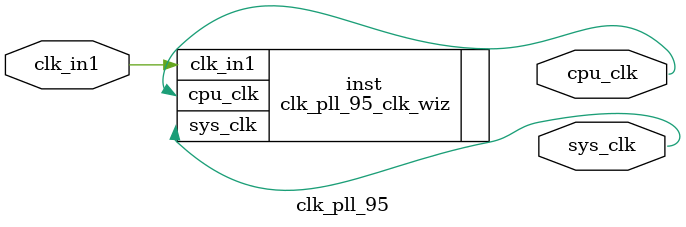
<source format=v>


`timescale 1ps/1ps

(* CORE_GENERATION_INFO = "clk_pll_95,clk_wiz_v6_0_4_0_0,{component_name=clk_pll_95,use_phase_alignment=true,use_min_o_jitter=false,use_max_i_jitter=false,use_dyn_phase_shift=false,use_inclk_switchover=false,use_dyn_reconfig=false,enable_axi=0,feedback_source=FDBK_AUTO,PRIMITIVE=PLL,num_out_clk=2,clkin1_period=10.000,clkin2_period=10.000,use_power_down=false,use_reset=false,use_locked=false,use_inclk_stopped=false,feedback_type=SINGLE,CLOCK_MGR_TYPE=NA,manual_override=false}" *)

module clk_pll_95 
 (
  // Clock out ports
  output        cpu_clk,
  output        sys_clk,
 // Clock in ports
  input         clk_in1
 );

  clk_pll_95_clk_wiz inst
  (
  // Clock out ports  
  .cpu_clk(cpu_clk),
  .sys_clk(sys_clk),
 // Clock in ports
  .clk_in1(clk_in1)
  );

endmodule

</source>
